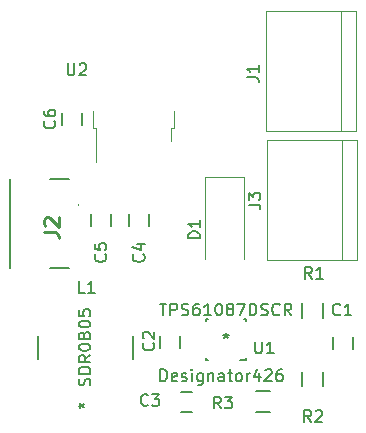
<source format=gbr>
G04 #@! TF.FileFunction,Legend,Top*
%FSLAX46Y46*%
G04 Gerber Fmt 4.6, Leading zero omitted, Abs format (unit mm)*
G04 Created by KiCad (PCBNEW 4.0.7) date 09/28/20 15:07:36*
%MOMM*%
%LPD*%
G01*
G04 APERTURE LIST*
%ADD10C,0.100000*%
%ADD11C,0.200000*%
%ADD12C,0.150000*%
%ADD13C,0.120000*%
%ADD14C,0.152400*%
%ADD15C,0.254000*%
G04 APERTURE END LIST*
D10*
D11*
X136978500Y-107902000D02*
X136978500Y-100402000D01*
X141978500Y-100402000D02*
X140351500Y-100402000D01*
X141978500Y-107902000D02*
X140351500Y-107902000D01*
X142814390Y-102580000D02*
G75*
G03X142814390Y-102580000I-45890J0D01*
G01*
D12*
X166064300Y-114771300D02*
X166064300Y-113771300D01*
X164364300Y-113771300D02*
X164364300Y-114771300D01*
X149708500Y-113682400D02*
X149708500Y-114682400D01*
X151408500Y-114682400D02*
X151408500Y-113682400D01*
X151433400Y-120103000D02*
X152433400Y-120103000D01*
X152433400Y-118403000D02*
X151433400Y-118403000D01*
X148792300Y-104325800D02*
X148792300Y-103325800D01*
X147092300Y-103325800D02*
X147092300Y-104325800D01*
X145515700Y-104309800D02*
X145515700Y-103309800D01*
X143815700Y-103309800D02*
X143815700Y-104309800D01*
X143064600Y-95784800D02*
X143064600Y-94784800D01*
X141364600Y-94784800D02*
X141364600Y-95784800D01*
D13*
X156780500Y-100237200D02*
X153480500Y-100237200D01*
X153480500Y-100237200D02*
X153480500Y-107137200D01*
X156780500Y-100237200D02*
X156780500Y-107137200D01*
X165023800Y-86169500D02*
X165023800Y-96329500D01*
X166293800Y-86169500D02*
X158673800Y-86169500D01*
X158673800Y-86169500D02*
X158673800Y-96329500D01*
X158673800Y-96329500D02*
X166293800Y-96329500D01*
X166293800Y-96329500D02*
X166293800Y-86169500D01*
X165074600Y-97104200D02*
X165074600Y-107264200D01*
X166344600Y-97104200D02*
X158724600Y-97104200D01*
X158724600Y-97104200D02*
X158724600Y-107264200D01*
X158724600Y-107264200D02*
X166344600Y-107264200D01*
X166344600Y-107264200D02*
X166344600Y-97104200D01*
D14*
X147370800Y-115600181D02*
X147370800Y-113660219D01*
X139319000Y-113660219D02*
X139319000Y-115600181D01*
D12*
X161736167Y-112099599D02*
X161736167Y-110899599D01*
X163486167Y-110899599D02*
X163486167Y-112099599D01*
X161723100Y-117913700D02*
X161723100Y-116713700D01*
X163473100Y-116713700D02*
X163473100Y-117913700D01*
X157810900Y-118352600D02*
X159010900Y-118352600D01*
X159010900Y-120102600D02*
X157810900Y-120102600D01*
D14*
X156982899Y-115657102D02*
X156432900Y-115657102D01*
X156982899Y-115497102D02*
X156982899Y-115657102D01*
X153582898Y-115497102D02*
X153582898Y-115657102D01*
X153742898Y-115657102D02*
X153582898Y-115657102D01*
X153742898Y-112257098D02*
X153582898Y-112257098D01*
X153582898Y-112257098D02*
X153582898Y-112417098D01*
X156982902Y-112257098D02*
X156822902Y-112257098D01*
X156982902Y-112257098D02*
X156982902Y-112417098D01*
D13*
X144009700Y-94586200D02*
X144009700Y-96086200D01*
X144009700Y-96086200D02*
X144279700Y-96086200D01*
X144279700Y-96086200D02*
X144279700Y-98916200D01*
X150909700Y-94586200D02*
X150909700Y-96086200D01*
X150909700Y-96086200D02*
X150639700Y-96086200D01*
X150639700Y-96086200D02*
X150639700Y-97186200D01*
D15*
X139863024Y-104888333D02*
X140770167Y-104888333D01*
X140951595Y-104948809D01*
X141072548Y-105069761D01*
X141133024Y-105251190D01*
X141133024Y-105372142D01*
X139983976Y-104344047D02*
X139923500Y-104283571D01*
X139863024Y-104162619D01*
X139863024Y-103860238D01*
X139923500Y-103739285D01*
X139983976Y-103678809D01*
X140104929Y-103618333D01*
X140225881Y-103618333D01*
X140407310Y-103678809D01*
X141133024Y-104404523D01*
X141133024Y-103618333D01*
D12*
X164946034Y-111821743D02*
X164898415Y-111869362D01*
X164755558Y-111916981D01*
X164660320Y-111916981D01*
X164517462Y-111869362D01*
X164422224Y-111774124D01*
X164374605Y-111678886D01*
X164326986Y-111488410D01*
X164326986Y-111345552D01*
X164374605Y-111155076D01*
X164422224Y-111059838D01*
X164517462Y-110964600D01*
X164660320Y-110916981D01*
X164755558Y-110916981D01*
X164898415Y-110964600D01*
X164946034Y-111012219D01*
X165898415Y-111916981D02*
X165326986Y-111916981D01*
X165612700Y-111916981D02*
X165612700Y-110916981D01*
X165517462Y-111059838D01*
X165422224Y-111155076D01*
X165326986Y-111202695D01*
X149124943Y-114247466D02*
X149172562Y-114295085D01*
X149220181Y-114437942D01*
X149220181Y-114533180D01*
X149172562Y-114676038D01*
X149077324Y-114771276D01*
X148982086Y-114818895D01*
X148791610Y-114866514D01*
X148648752Y-114866514D01*
X148458276Y-114818895D01*
X148363038Y-114771276D01*
X148267800Y-114676038D01*
X148220181Y-114533180D01*
X148220181Y-114437942D01*
X148267800Y-114295085D01*
X148315419Y-114247466D01*
X148315419Y-113866514D02*
X148267800Y-113818895D01*
X148220181Y-113723657D01*
X148220181Y-113485561D01*
X148267800Y-113390323D01*
X148315419Y-113342704D01*
X148410657Y-113295085D01*
X148505895Y-113295085D01*
X148648752Y-113342704D01*
X149220181Y-113914133D01*
X149220181Y-113295085D01*
X148658534Y-119495843D02*
X148610915Y-119543462D01*
X148468058Y-119591081D01*
X148372820Y-119591081D01*
X148229962Y-119543462D01*
X148134724Y-119448224D01*
X148087105Y-119352986D01*
X148039486Y-119162510D01*
X148039486Y-119019652D01*
X148087105Y-118829176D01*
X148134724Y-118733938D01*
X148229962Y-118638700D01*
X148372820Y-118591081D01*
X148468058Y-118591081D01*
X148610915Y-118638700D01*
X148658534Y-118686319D01*
X148991867Y-118591081D02*
X149610915Y-118591081D01*
X149277581Y-118972033D01*
X149420439Y-118972033D01*
X149515677Y-119019652D01*
X149563296Y-119067271D01*
X149610915Y-119162510D01*
X149610915Y-119400605D01*
X149563296Y-119495843D01*
X149515677Y-119543462D01*
X149420439Y-119591081D01*
X149134724Y-119591081D01*
X149039486Y-119543462D01*
X148991867Y-119495843D01*
X148286743Y-106757766D02*
X148334362Y-106805385D01*
X148381981Y-106948242D01*
X148381981Y-107043480D01*
X148334362Y-107186338D01*
X148239124Y-107281576D01*
X148143886Y-107329195D01*
X147953410Y-107376814D01*
X147810552Y-107376814D01*
X147620076Y-107329195D01*
X147524838Y-107281576D01*
X147429600Y-107186338D01*
X147381981Y-107043480D01*
X147381981Y-106948242D01*
X147429600Y-106805385D01*
X147477219Y-106757766D01*
X147715314Y-105900623D02*
X148381981Y-105900623D01*
X147334362Y-106138719D02*
X148048648Y-106376814D01*
X148048648Y-105757766D01*
X145060943Y-106745066D02*
X145108562Y-106792685D01*
X145156181Y-106935542D01*
X145156181Y-107030780D01*
X145108562Y-107173638D01*
X145013324Y-107268876D01*
X144918086Y-107316495D01*
X144727610Y-107364114D01*
X144584752Y-107364114D01*
X144394276Y-107316495D01*
X144299038Y-107268876D01*
X144203800Y-107173638D01*
X144156181Y-107030780D01*
X144156181Y-106935542D01*
X144203800Y-106792685D01*
X144251419Y-106745066D01*
X144156181Y-105840304D02*
X144156181Y-106316495D01*
X144632371Y-106364114D01*
X144584752Y-106316495D01*
X144537133Y-106221257D01*
X144537133Y-105983161D01*
X144584752Y-105887923D01*
X144632371Y-105840304D01*
X144727610Y-105792685D01*
X144965705Y-105792685D01*
X145060943Y-105840304D01*
X145108562Y-105887923D01*
X145156181Y-105983161D01*
X145156181Y-106221257D01*
X145108562Y-106316495D01*
X145060943Y-106364114D01*
X140730243Y-95451466D02*
X140777862Y-95499085D01*
X140825481Y-95641942D01*
X140825481Y-95737180D01*
X140777862Y-95880038D01*
X140682624Y-95975276D01*
X140587386Y-96022895D01*
X140396910Y-96070514D01*
X140254052Y-96070514D01*
X140063576Y-96022895D01*
X139968338Y-95975276D01*
X139873100Y-95880038D01*
X139825481Y-95737180D01*
X139825481Y-95641942D01*
X139873100Y-95499085D01*
X139920719Y-95451466D01*
X139825481Y-94594323D02*
X139825481Y-94784800D01*
X139873100Y-94880038D01*
X139920719Y-94927657D01*
X140063576Y-95022895D01*
X140254052Y-95070514D01*
X140635005Y-95070514D01*
X140730243Y-95022895D01*
X140777862Y-94975276D01*
X140825481Y-94880038D01*
X140825481Y-94689561D01*
X140777862Y-94594323D01*
X140730243Y-94546704D01*
X140635005Y-94499085D01*
X140396910Y-94499085D01*
X140301671Y-94546704D01*
X140254052Y-94594323D01*
X140206433Y-94689561D01*
X140206433Y-94880038D01*
X140254052Y-94975276D01*
X140301671Y-95022895D01*
X140396910Y-95070514D01*
X153080981Y-105373395D02*
X152080981Y-105373395D01*
X152080981Y-105135300D01*
X152128600Y-104992442D01*
X152223838Y-104897204D01*
X152319076Y-104849585D01*
X152509552Y-104801966D01*
X152652410Y-104801966D01*
X152842886Y-104849585D01*
X152938124Y-104897204D01*
X153033362Y-104992442D01*
X153080981Y-105135300D01*
X153080981Y-105373395D01*
X153080981Y-103849585D02*
X153080981Y-104421014D01*
X153080981Y-104135300D02*
X152080981Y-104135300D01*
X152223838Y-104230538D01*
X152319076Y-104325776D01*
X152366695Y-104421014D01*
X157033981Y-91747933D02*
X157748267Y-91747933D01*
X157891124Y-91795553D01*
X157986362Y-91890791D01*
X158033981Y-92033648D01*
X158033981Y-92128886D01*
X158033981Y-90747933D02*
X158033981Y-91319362D01*
X158033981Y-91033648D02*
X157033981Y-91033648D01*
X157176838Y-91128886D01*
X157272076Y-91224124D01*
X157319695Y-91319362D01*
X157186381Y-102530233D02*
X157900667Y-102530233D01*
X158043524Y-102577853D01*
X158138762Y-102673091D01*
X158186381Y-102815948D01*
X158186381Y-102911186D01*
X157186381Y-102149281D02*
X157186381Y-101530233D01*
X157567333Y-101863567D01*
X157567333Y-101720709D01*
X157614952Y-101625471D01*
X157662571Y-101577852D01*
X157757810Y-101530233D01*
X157995905Y-101530233D01*
X158091143Y-101577852D01*
X158138762Y-101625471D01*
X158186381Y-101720709D01*
X158186381Y-102006424D01*
X158138762Y-102101662D01*
X158091143Y-102149281D01*
X143305234Y-109989881D02*
X142829043Y-109989881D01*
X142829043Y-108989881D01*
X144162377Y-109989881D02*
X143590948Y-109989881D01*
X143876662Y-109989881D02*
X143876662Y-108989881D01*
X143781424Y-109132738D01*
X143686186Y-109227976D01*
X143590948Y-109275595D01*
X143749662Y-117844486D02*
X143797281Y-117701629D01*
X143797281Y-117463533D01*
X143749662Y-117368295D01*
X143702043Y-117320676D01*
X143606805Y-117273057D01*
X143511567Y-117273057D01*
X143416329Y-117320676D01*
X143368710Y-117368295D01*
X143321090Y-117463533D01*
X143273471Y-117654010D01*
X143225852Y-117749248D01*
X143178233Y-117796867D01*
X143082995Y-117844486D01*
X142987757Y-117844486D01*
X142892519Y-117796867D01*
X142844900Y-117749248D01*
X142797281Y-117654010D01*
X142797281Y-117415914D01*
X142844900Y-117273057D01*
X143797281Y-116844486D02*
X142797281Y-116844486D01*
X142797281Y-116606391D01*
X142844900Y-116463533D01*
X142940138Y-116368295D01*
X143035376Y-116320676D01*
X143225852Y-116273057D01*
X143368710Y-116273057D01*
X143559186Y-116320676D01*
X143654424Y-116368295D01*
X143749662Y-116463533D01*
X143797281Y-116606391D01*
X143797281Y-116844486D01*
X143797281Y-115273057D02*
X143321090Y-115606391D01*
X143797281Y-115844486D02*
X142797281Y-115844486D01*
X142797281Y-115463533D01*
X142844900Y-115368295D01*
X142892519Y-115320676D01*
X142987757Y-115273057D01*
X143130614Y-115273057D01*
X143225852Y-115320676D01*
X143273471Y-115368295D01*
X143321090Y-115463533D01*
X143321090Y-115844486D01*
X142797281Y-114654010D02*
X142797281Y-114558771D01*
X142844900Y-114463533D01*
X142892519Y-114415914D01*
X142987757Y-114368295D01*
X143178233Y-114320676D01*
X143416329Y-114320676D01*
X143606805Y-114368295D01*
X143702043Y-114415914D01*
X143749662Y-114463533D01*
X143797281Y-114558771D01*
X143797281Y-114654010D01*
X143749662Y-114749248D01*
X143702043Y-114796867D01*
X143606805Y-114844486D01*
X143416329Y-114892105D01*
X143178233Y-114892105D01*
X142987757Y-114844486D01*
X142892519Y-114796867D01*
X142844900Y-114749248D01*
X142797281Y-114654010D01*
X143273471Y-113558771D02*
X143321090Y-113415914D01*
X143368710Y-113368295D01*
X143463948Y-113320676D01*
X143606805Y-113320676D01*
X143702043Y-113368295D01*
X143749662Y-113415914D01*
X143797281Y-113511152D01*
X143797281Y-113892105D01*
X142797281Y-113892105D01*
X142797281Y-113558771D01*
X142844900Y-113463533D01*
X142892519Y-113415914D01*
X142987757Y-113368295D01*
X143082995Y-113368295D01*
X143178233Y-113415914D01*
X143225852Y-113463533D01*
X143273471Y-113558771D01*
X143273471Y-113892105D01*
X142797281Y-112701629D02*
X142797281Y-112606390D01*
X142844900Y-112511152D01*
X142892519Y-112463533D01*
X142987757Y-112415914D01*
X143178233Y-112368295D01*
X143416329Y-112368295D01*
X143606805Y-112415914D01*
X143702043Y-112463533D01*
X143749662Y-112511152D01*
X143797281Y-112606390D01*
X143797281Y-112701629D01*
X143749662Y-112796867D01*
X143702043Y-112844486D01*
X143606805Y-112892105D01*
X143416329Y-112939724D01*
X143178233Y-112939724D01*
X142987757Y-112892105D01*
X142892519Y-112844486D01*
X142844900Y-112796867D01*
X142797281Y-112701629D01*
X142797281Y-111463533D02*
X142797281Y-111939724D01*
X143273471Y-111987343D01*
X143225852Y-111939724D01*
X143178233Y-111844486D01*
X143178233Y-111606390D01*
X143225852Y-111511152D01*
X143273471Y-111463533D01*
X143368710Y-111415914D01*
X143606805Y-111415914D01*
X143702043Y-111463533D01*
X143749662Y-111511152D01*
X143797281Y-111606390D01*
X143797281Y-111844486D01*
X143749662Y-111939724D01*
X143702043Y-111987343D01*
X142797281Y-119545100D02*
X143035376Y-119545100D01*
X142940138Y-119783195D02*
X143035376Y-119545100D01*
X142940138Y-119307004D01*
X143225852Y-119687957D02*
X143035376Y-119545100D01*
X143225852Y-119402242D01*
X142797281Y-119545100D02*
X143035376Y-119545100D01*
X142940138Y-119783195D02*
X143035376Y-119545100D01*
X142940138Y-119307004D01*
X143225852Y-119687957D02*
X143035376Y-119545100D01*
X143225852Y-119402242D01*
X162533034Y-108808781D02*
X162199700Y-108332590D01*
X161961605Y-108808781D02*
X161961605Y-107808781D01*
X162342558Y-107808781D01*
X162437796Y-107856400D01*
X162485415Y-107904019D01*
X162533034Y-107999257D01*
X162533034Y-108142114D01*
X162485415Y-108237352D01*
X162437796Y-108284971D01*
X162342558Y-108332590D01*
X161961605Y-108332590D01*
X163485415Y-108808781D02*
X162913986Y-108808781D01*
X163199700Y-108808781D02*
X163199700Y-107808781D01*
X163104462Y-107951638D01*
X163009224Y-108046876D01*
X162913986Y-108094495D01*
X162482234Y-120924581D02*
X162148900Y-120448390D01*
X161910805Y-120924581D02*
X161910805Y-119924581D01*
X162291758Y-119924581D01*
X162386996Y-119972200D01*
X162434615Y-120019819D01*
X162482234Y-120115057D01*
X162482234Y-120257914D01*
X162434615Y-120353152D01*
X162386996Y-120400771D01*
X162291758Y-120448390D01*
X161910805Y-120448390D01*
X162863186Y-120019819D02*
X162910805Y-119972200D01*
X163006043Y-119924581D01*
X163244139Y-119924581D01*
X163339377Y-119972200D01*
X163386996Y-120019819D01*
X163434615Y-120115057D01*
X163434615Y-120210295D01*
X163386996Y-120353152D01*
X162815567Y-120924581D01*
X163434615Y-120924581D01*
X154844434Y-119794281D02*
X154511100Y-119318090D01*
X154273005Y-119794281D02*
X154273005Y-118794281D01*
X154653958Y-118794281D01*
X154749196Y-118841900D01*
X154796815Y-118889519D01*
X154844434Y-118984757D01*
X154844434Y-119127614D01*
X154796815Y-119222852D01*
X154749196Y-119270471D01*
X154653958Y-119318090D01*
X154273005Y-119318090D01*
X155177767Y-118794281D02*
X155796815Y-118794281D01*
X155463481Y-119175233D01*
X155606339Y-119175233D01*
X155701577Y-119222852D01*
X155749196Y-119270471D01*
X155796815Y-119365710D01*
X155796815Y-119603805D01*
X155749196Y-119699043D01*
X155701577Y-119746662D01*
X155606339Y-119794281D01*
X155320624Y-119794281D01*
X155225386Y-119746662D01*
X155177767Y-119699043D01*
X157739056Y-114135819D02*
X157739056Y-114945343D01*
X157786675Y-115040581D01*
X157834294Y-115088200D01*
X157929532Y-115135819D01*
X158120009Y-115135819D01*
X158215247Y-115088200D01*
X158262866Y-115040581D01*
X158310485Y-114945343D01*
X158310485Y-114135819D01*
X159310485Y-115135819D02*
X158739056Y-115135819D01*
X159024770Y-115135819D02*
X159024770Y-114135819D01*
X158929532Y-114278676D01*
X158834294Y-114373914D01*
X158739056Y-114421533D01*
X149663849Y-110920281D02*
X150235278Y-110920281D01*
X149949563Y-111920281D02*
X149949563Y-110920281D01*
X150568611Y-111920281D02*
X150568611Y-110920281D01*
X150949564Y-110920281D01*
X151044802Y-110967900D01*
X151092421Y-111015519D01*
X151140040Y-111110757D01*
X151140040Y-111253614D01*
X151092421Y-111348852D01*
X151044802Y-111396471D01*
X150949564Y-111444090D01*
X150568611Y-111444090D01*
X151520992Y-111872662D02*
X151663849Y-111920281D01*
X151901945Y-111920281D01*
X151997183Y-111872662D01*
X152044802Y-111825043D01*
X152092421Y-111729805D01*
X152092421Y-111634567D01*
X152044802Y-111539329D01*
X151997183Y-111491710D01*
X151901945Y-111444090D01*
X151711468Y-111396471D01*
X151616230Y-111348852D01*
X151568611Y-111301233D01*
X151520992Y-111205995D01*
X151520992Y-111110757D01*
X151568611Y-111015519D01*
X151616230Y-110967900D01*
X151711468Y-110920281D01*
X151949564Y-110920281D01*
X152092421Y-110967900D01*
X152949564Y-110920281D02*
X152759087Y-110920281D01*
X152663849Y-110967900D01*
X152616230Y-111015519D01*
X152520992Y-111158376D01*
X152473373Y-111348852D01*
X152473373Y-111729805D01*
X152520992Y-111825043D01*
X152568611Y-111872662D01*
X152663849Y-111920281D01*
X152854326Y-111920281D01*
X152949564Y-111872662D01*
X152997183Y-111825043D01*
X153044802Y-111729805D01*
X153044802Y-111491710D01*
X152997183Y-111396471D01*
X152949564Y-111348852D01*
X152854326Y-111301233D01*
X152663849Y-111301233D01*
X152568611Y-111348852D01*
X152520992Y-111396471D01*
X152473373Y-111491710D01*
X153997183Y-111920281D02*
X153425754Y-111920281D01*
X153711468Y-111920281D02*
X153711468Y-110920281D01*
X153616230Y-111063138D01*
X153520992Y-111158376D01*
X153425754Y-111205995D01*
X154616230Y-110920281D02*
X154711469Y-110920281D01*
X154806707Y-110967900D01*
X154854326Y-111015519D01*
X154901945Y-111110757D01*
X154949564Y-111301233D01*
X154949564Y-111539329D01*
X154901945Y-111729805D01*
X154854326Y-111825043D01*
X154806707Y-111872662D01*
X154711469Y-111920281D01*
X154616230Y-111920281D01*
X154520992Y-111872662D01*
X154473373Y-111825043D01*
X154425754Y-111729805D01*
X154378135Y-111539329D01*
X154378135Y-111301233D01*
X154425754Y-111110757D01*
X154473373Y-111015519D01*
X154520992Y-110967900D01*
X154616230Y-110920281D01*
X155520992Y-111348852D02*
X155425754Y-111301233D01*
X155378135Y-111253614D01*
X155330516Y-111158376D01*
X155330516Y-111110757D01*
X155378135Y-111015519D01*
X155425754Y-110967900D01*
X155520992Y-110920281D01*
X155711469Y-110920281D01*
X155806707Y-110967900D01*
X155854326Y-111015519D01*
X155901945Y-111110757D01*
X155901945Y-111158376D01*
X155854326Y-111253614D01*
X155806707Y-111301233D01*
X155711469Y-111348852D01*
X155520992Y-111348852D01*
X155425754Y-111396471D01*
X155378135Y-111444090D01*
X155330516Y-111539329D01*
X155330516Y-111729805D01*
X155378135Y-111825043D01*
X155425754Y-111872662D01*
X155520992Y-111920281D01*
X155711469Y-111920281D01*
X155806707Y-111872662D01*
X155854326Y-111825043D01*
X155901945Y-111729805D01*
X155901945Y-111539329D01*
X155854326Y-111444090D01*
X155806707Y-111396471D01*
X155711469Y-111348852D01*
X156235278Y-110920281D02*
X156901945Y-110920281D01*
X156473373Y-111920281D01*
X157282897Y-111920281D02*
X157282897Y-110920281D01*
X157520992Y-110920281D01*
X157663850Y-110967900D01*
X157759088Y-111063138D01*
X157806707Y-111158376D01*
X157854326Y-111348852D01*
X157854326Y-111491710D01*
X157806707Y-111682186D01*
X157759088Y-111777424D01*
X157663850Y-111872662D01*
X157520992Y-111920281D01*
X157282897Y-111920281D01*
X158235278Y-111872662D02*
X158378135Y-111920281D01*
X158616231Y-111920281D01*
X158711469Y-111872662D01*
X158759088Y-111825043D01*
X158806707Y-111729805D01*
X158806707Y-111634567D01*
X158759088Y-111539329D01*
X158711469Y-111491710D01*
X158616231Y-111444090D01*
X158425754Y-111396471D01*
X158330516Y-111348852D01*
X158282897Y-111301233D01*
X158235278Y-111205995D01*
X158235278Y-111110757D01*
X158282897Y-111015519D01*
X158330516Y-110967900D01*
X158425754Y-110920281D01*
X158663850Y-110920281D01*
X158806707Y-110967900D01*
X159806707Y-111825043D02*
X159759088Y-111872662D01*
X159616231Y-111920281D01*
X159520993Y-111920281D01*
X159378135Y-111872662D01*
X159282897Y-111777424D01*
X159235278Y-111682186D01*
X159187659Y-111491710D01*
X159187659Y-111348852D01*
X159235278Y-111158376D01*
X159282897Y-111063138D01*
X159378135Y-110967900D01*
X159520993Y-110920281D01*
X159616231Y-110920281D01*
X159759088Y-110967900D01*
X159806707Y-111015519D01*
X160806707Y-111920281D02*
X160473373Y-111444090D01*
X160235278Y-111920281D02*
X160235278Y-110920281D01*
X160616231Y-110920281D01*
X160711469Y-110967900D01*
X160759088Y-111015519D01*
X160806707Y-111110757D01*
X160806707Y-111253614D01*
X160759088Y-111348852D01*
X160711469Y-111396471D01*
X160616231Y-111444090D01*
X160235278Y-111444090D01*
X155282900Y-113409481D02*
X155282900Y-113647576D01*
X155044805Y-113552338D02*
X155282900Y-113647576D01*
X155520996Y-113552338D01*
X155140043Y-113838052D02*
X155282900Y-113647576D01*
X155425758Y-113838052D01*
X149722530Y-117482881D02*
X149722530Y-116482881D01*
X149960625Y-116482881D01*
X150103483Y-116530500D01*
X150198721Y-116625738D01*
X150246340Y-116720976D01*
X150293959Y-116911452D01*
X150293959Y-117054310D01*
X150246340Y-117244786D01*
X150198721Y-117340024D01*
X150103483Y-117435262D01*
X149960625Y-117482881D01*
X149722530Y-117482881D01*
X151103483Y-117435262D02*
X151008245Y-117482881D01*
X150817768Y-117482881D01*
X150722530Y-117435262D01*
X150674911Y-117340024D01*
X150674911Y-116959071D01*
X150722530Y-116863833D01*
X150817768Y-116816214D01*
X151008245Y-116816214D01*
X151103483Y-116863833D01*
X151151102Y-116959071D01*
X151151102Y-117054310D01*
X150674911Y-117149548D01*
X151532054Y-117435262D02*
X151627292Y-117482881D01*
X151817768Y-117482881D01*
X151913007Y-117435262D01*
X151960626Y-117340024D01*
X151960626Y-117292405D01*
X151913007Y-117197167D01*
X151817768Y-117149548D01*
X151674911Y-117149548D01*
X151579673Y-117101929D01*
X151532054Y-117006690D01*
X151532054Y-116959071D01*
X151579673Y-116863833D01*
X151674911Y-116816214D01*
X151817768Y-116816214D01*
X151913007Y-116863833D01*
X152389197Y-117482881D02*
X152389197Y-116816214D01*
X152389197Y-116482881D02*
X152341578Y-116530500D01*
X152389197Y-116578119D01*
X152436816Y-116530500D01*
X152389197Y-116482881D01*
X152389197Y-116578119D01*
X153293959Y-116816214D02*
X153293959Y-117625738D01*
X153246340Y-117720976D01*
X153198721Y-117768595D01*
X153103482Y-117816214D01*
X152960625Y-117816214D01*
X152865387Y-117768595D01*
X153293959Y-117435262D02*
X153198721Y-117482881D01*
X153008244Y-117482881D01*
X152913006Y-117435262D01*
X152865387Y-117387643D01*
X152817768Y-117292405D01*
X152817768Y-117006690D01*
X152865387Y-116911452D01*
X152913006Y-116863833D01*
X153008244Y-116816214D01*
X153198721Y-116816214D01*
X153293959Y-116863833D01*
X153770149Y-116816214D02*
X153770149Y-117482881D01*
X153770149Y-116911452D02*
X153817768Y-116863833D01*
X153913006Y-116816214D01*
X154055864Y-116816214D01*
X154151102Y-116863833D01*
X154198721Y-116959071D01*
X154198721Y-117482881D01*
X155103483Y-117482881D02*
X155103483Y-116959071D01*
X155055864Y-116863833D01*
X154960626Y-116816214D01*
X154770149Y-116816214D01*
X154674911Y-116863833D01*
X155103483Y-117435262D02*
X155008245Y-117482881D01*
X154770149Y-117482881D01*
X154674911Y-117435262D01*
X154627292Y-117340024D01*
X154627292Y-117244786D01*
X154674911Y-117149548D01*
X154770149Y-117101929D01*
X155008245Y-117101929D01*
X155103483Y-117054310D01*
X155436816Y-116816214D02*
X155817768Y-116816214D01*
X155579673Y-116482881D02*
X155579673Y-117340024D01*
X155627292Y-117435262D01*
X155722530Y-117482881D01*
X155817768Y-117482881D01*
X156293959Y-117482881D02*
X156198721Y-117435262D01*
X156151102Y-117387643D01*
X156103483Y-117292405D01*
X156103483Y-117006690D01*
X156151102Y-116911452D01*
X156198721Y-116863833D01*
X156293959Y-116816214D01*
X156436817Y-116816214D01*
X156532055Y-116863833D01*
X156579674Y-116911452D01*
X156627293Y-117006690D01*
X156627293Y-117292405D01*
X156579674Y-117387643D01*
X156532055Y-117435262D01*
X156436817Y-117482881D01*
X156293959Y-117482881D01*
X157055864Y-117482881D02*
X157055864Y-116816214D01*
X157055864Y-117006690D02*
X157103483Y-116911452D01*
X157151102Y-116863833D01*
X157246340Y-116816214D01*
X157341579Y-116816214D01*
X158103484Y-116816214D02*
X158103484Y-117482881D01*
X157865388Y-116435262D02*
X157627293Y-117149548D01*
X158246341Y-117149548D01*
X158579674Y-116578119D02*
X158627293Y-116530500D01*
X158722531Y-116482881D01*
X158960627Y-116482881D01*
X159055865Y-116530500D01*
X159103484Y-116578119D01*
X159151103Y-116673357D01*
X159151103Y-116768595D01*
X159103484Y-116911452D01*
X158532055Y-117482881D01*
X159151103Y-117482881D01*
X160008246Y-116482881D02*
X159817769Y-116482881D01*
X159722531Y-116530500D01*
X159674912Y-116578119D01*
X159579674Y-116720976D01*
X159532055Y-116911452D01*
X159532055Y-117292405D01*
X159579674Y-117387643D01*
X159627293Y-117435262D01*
X159722531Y-117482881D01*
X159913008Y-117482881D01*
X160008246Y-117435262D01*
X160055865Y-117387643D01*
X160103484Y-117292405D01*
X160103484Y-117054310D01*
X160055865Y-116959071D01*
X160008246Y-116911452D01*
X159913008Y-116863833D01*
X159722531Y-116863833D01*
X159627293Y-116911452D01*
X159579674Y-116959071D01*
X159532055Y-117054310D01*
X141871795Y-90587581D02*
X141871795Y-91397105D01*
X141919414Y-91492343D01*
X141967033Y-91539962D01*
X142062271Y-91587581D01*
X142252748Y-91587581D01*
X142347986Y-91539962D01*
X142395605Y-91492343D01*
X142443224Y-91397105D01*
X142443224Y-90587581D01*
X142871795Y-90682819D02*
X142919414Y-90635200D01*
X143014652Y-90587581D01*
X143252748Y-90587581D01*
X143347986Y-90635200D01*
X143395605Y-90682819D01*
X143443224Y-90778057D01*
X143443224Y-90873295D01*
X143395605Y-91016152D01*
X142824176Y-91587581D01*
X143443224Y-91587581D01*
M02*

</source>
